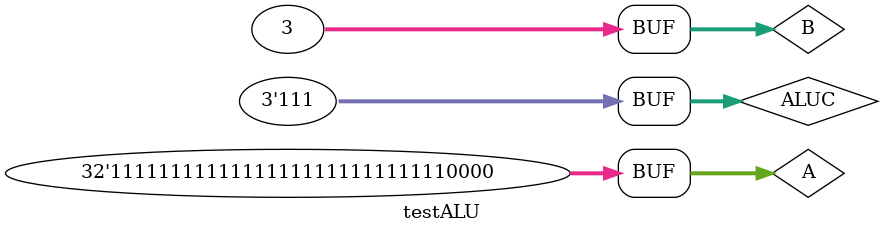
<source format=v>
`timescale 1ns / 1ps


module testALU;

	// Inputs
	reg [31:0] A;
	reg [31:0] B;
	reg [2:0] ALUC;

	// Outputs
	wire [31:0] result;
	wire zero;

	// Instantiate the Unit Under Test (UUT)
	ALU uut (
		.A(A), 
		.B(B), 
		.ALUC(ALUC), 
		.result(result), 
		.zero(zero)
	);

	initial begin
		// Initialize Inputs
		A = 32'h00000002;
		B = 32'h00000003;
		for(ALUC=0;ALUC<7;ALUC=ALUC+1) begin
			#50;
		end
		#50;
		A = 32'hfffffff0;
		B = 32'h00000003;
		for(ALUC=0;ALUC<7;ALUC=ALUC+1) begin
			#50;
		end
	end
      
endmodule


</source>
